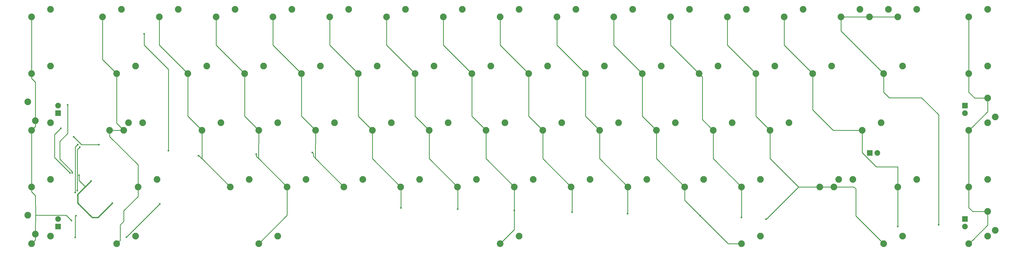
<source format=gtl>
G04 #@! TF.GenerationSoftware,KiCad,Pcbnew,(5.1.5)-3*
G04 #@! TF.CreationDate,2020-04-29T22:23:23+10:00*
G04 #@! TF.ProjectId,rei_pcb,7265695f-7063-4622-9e6b-696361645f70,rev?*
G04 #@! TF.SameCoordinates,Original*
G04 #@! TF.FileFunction,Copper,L1,Top*
G04 #@! TF.FilePolarity,Positive*
%FSLAX46Y46*%
G04 Gerber Fmt 4.6, Leading zero omitted, Abs format (unit mm)*
G04 Created by KiCad (PCBNEW (5.1.5)-3) date 2020-04-29 22:23:23*
%MOMM*%
%LPD*%
G04 APERTURE LIST*
%ADD10C,2.250000*%
%ADD11R,1.905000X1.905000*%
%ADD12C,1.905000*%
%ADD13C,0.600000*%
%ADD14C,0.381000*%
%ADD15C,0.254000*%
G04 APERTURE END LIST*
D10*
X71596250Y-93345000D03*
X65246250Y-95885000D03*
X66833750Y-74295000D03*
X60483750Y-76835000D03*
X112077500Y-112395000D03*
X105727500Y-114935000D03*
X102552500Y-93345000D03*
X96202500Y-95885000D03*
X350202500Y-112395000D03*
X343852500Y-114935000D03*
X321627500Y-55245000D03*
X315277500Y-57785000D03*
D11*
X310673750Y-84455000D03*
D12*
X313213750Y-84455000D03*
D10*
X308133750Y-76835000D03*
X314483750Y-74295000D03*
D11*
X38417500Y-109220000D03*
D12*
X38417500Y-106680000D03*
D10*
X30797500Y-111760000D03*
X28257500Y-105410000D03*
D11*
X38417500Y-71120000D03*
D12*
X38417500Y-68580000D03*
D10*
X30797500Y-73660000D03*
X28257500Y-67310000D03*
X64452500Y-55245000D03*
X58102500Y-57785000D03*
D11*
X342582500Y-106680000D03*
D12*
X342582500Y-109220000D03*
D10*
X350202500Y-104140000D03*
X352742500Y-110490000D03*
X350202500Y-93345000D03*
X343852500Y-95885000D03*
X350202500Y-74295000D03*
X343852500Y-76835000D03*
D11*
X342582500Y-68580000D03*
D12*
X342582500Y-71120000D03*
D10*
X350202500Y-66040000D03*
X352742500Y-72390000D03*
X350202500Y-55245000D03*
X343852500Y-57785000D03*
X350202500Y-36195000D03*
X343852500Y-38735000D03*
X326390000Y-36195000D03*
X320040000Y-38735000D03*
X316865000Y-36195000D03*
X310515000Y-38735000D03*
X307340000Y-36195000D03*
X300990000Y-38735000D03*
X326390000Y-93345000D03*
X320040000Y-95885000D03*
X297815000Y-55245000D03*
X291465000Y-57785000D03*
X288290000Y-36195000D03*
X281940000Y-38735000D03*
X321627500Y-112395000D03*
X315277500Y-114935000D03*
X304958750Y-93345000D03*
X298608750Y-95885000D03*
X300196250Y-93345000D03*
X293846250Y-95885000D03*
X283527500Y-74295000D03*
X277177500Y-76835000D03*
X278765000Y-55245000D03*
X272415000Y-57785000D03*
X269240000Y-36195000D03*
X262890000Y-38735000D03*
X274002500Y-93345000D03*
X267652500Y-95885000D03*
X264477500Y-74295000D03*
X258127500Y-76835000D03*
X259715000Y-55245000D03*
X253365000Y-57785000D03*
X250190000Y-36195000D03*
X243840000Y-38735000D03*
X274002500Y-112395000D03*
X267652500Y-114935000D03*
X254952500Y-93345000D03*
X248602500Y-95885000D03*
X245427500Y-74295000D03*
X239077500Y-76835000D03*
X240665000Y-55245000D03*
X234315000Y-57785000D03*
X231140000Y-36195000D03*
X224790000Y-38735000D03*
X235902500Y-93345000D03*
X229552500Y-95885000D03*
X226377500Y-74295000D03*
X220027500Y-76835000D03*
X221615000Y-55245000D03*
X215265000Y-57785000D03*
X212090000Y-36195000D03*
X205740000Y-38735000D03*
X216852500Y-93345000D03*
X210502500Y-95885000D03*
X207327500Y-74295000D03*
X200977500Y-76835000D03*
X202565000Y-55245000D03*
X196215000Y-57785000D03*
X193040000Y-36195000D03*
X186690000Y-38735000D03*
X193040000Y-112395000D03*
X186690000Y-114935000D03*
X197802500Y-93345000D03*
X191452500Y-95885000D03*
X188277500Y-74295000D03*
X181927500Y-76835000D03*
X183515000Y-55245000D03*
X177165000Y-57785000D03*
X173990000Y-36195000D03*
X167640000Y-38735000D03*
X178752500Y-93345000D03*
X172402500Y-95885000D03*
X169227500Y-74295000D03*
X162877500Y-76835000D03*
X164465000Y-55245000D03*
X158115000Y-57785000D03*
X154940000Y-36195000D03*
X148590000Y-38735000D03*
X159702500Y-93345000D03*
X153352500Y-95885000D03*
X150177500Y-74295000D03*
X143827500Y-76835000D03*
X145415000Y-55245000D03*
X139065000Y-57785000D03*
X135890000Y-36195000D03*
X129540000Y-38735000D03*
X140652500Y-93345000D03*
X134302500Y-95885000D03*
X131127500Y-74295000D03*
X124777500Y-76835000D03*
X126365000Y-55245000D03*
X120015000Y-57785000D03*
X116840000Y-36195000D03*
X110490000Y-38735000D03*
X121602500Y-93345000D03*
X115252500Y-95885000D03*
X112077500Y-74295000D03*
X105727500Y-76835000D03*
X107315000Y-55245000D03*
X100965000Y-57785000D03*
X97790000Y-36195000D03*
X91440000Y-38735000D03*
X93027500Y-74295000D03*
X86677500Y-76835000D03*
X88265000Y-55245000D03*
X81915000Y-57785000D03*
X78740000Y-36195000D03*
X72390000Y-38735000D03*
X64452500Y-112395000D03*
X58102500Y-114935000D03*
X62071250Y-74295000D03*
X55721250Y-76835000D03*
X59690000Y-36195000D03*
X53340000Y-38735000D03*
X35877500Y-112395000D03*
X29527500Y-114935000D03*
X35877500Y-93345000D03*
X29527500Y-95885000D03*
X35877500Y-74295000D03*
X29527500Y-76835000D03*
X35877500Y-55245000D03*
X29527500Y-57785000D03*
X35877500Y-36195000D03*
X29527500Y-38735000D03*
D13*
X45027582Y-98609418D03*
X45291375Y-101552375D03*
X49552794Y-93830206D03*
X56642000Y-101346000D03*
X49258190Y-105427810D03*
X45466000Y-91948000D03*
X47572105Y-95929288D03*
X43210200Y-91122883D03*
X41656000Y-68326000D03*
X43723850Y-79085150D03*
X52162099Y-81695901D03*
X44196000Y-97790000D03*
X44887907Y-97098093D03*
X42418000Y-91186000D03*
X39370000Y-76200000D03*
X44471956Y-105537000D03*
X44171957Y-112800043D03*
X67310000Y-44450000D03*
X75438000Y-83693000D03*
X72517000Y-101600000D03*
X61341000Y-112776000D03*
X42926000Y-107188000D03*
X85471000Y-85364610D03*
X104902000Y-84932800D03*
X123698000Y-84328000D03*
X153416000Y-102912879D03*
X172466000Y-103344689D03*
X191389000Y-103776499D03*
X210807299Y-104381299D03*
X229476299Y-104914701D03*
X253746000Y-105537000D03*
X267619199Y-106141801D03*
X275844000Y-106746602D03*
X319998829Y-109224819D03*
X333720981Y-108620019D03*
X45054800Y-81661000D03*
X45720000Y-82550000D03*
D14*
X45027582Y-98355418D02*
X45027582Y-98609418D01*
X49552794Y-93830206D02*
X47752000Y-95631000D01*
X45027582Y-101288582D02*
X45291375Y-101552375D01*
X45027582Y-98609418D02*
X45027582Y-101288582D01*
X45291375Y-101552375D02*
X49276000Y-105537000D01*
X49276000Y-105537000D02*
X49784000Y-106045000D01*
X49784000Y-106045000D02*
X49911000Y-106172000D01*
X49911000Y-106172000D02*
X51816000Y-106172000D01*
X51816000Y-106172000D02*
X56642000Y-101346000D01*
X56642000Y-101346000D02*
X56642000Y-101346000D01*
X47752000Y-95631000D02*
X47561500Y-95821500D01*
X47561500Y-95821500D02*
X45027582Y-98355418D01*
D15*
X47561500Y-95821500D02*
X45466000Y-93726000D01*
X45466000Y-93726000D02*
X45466000Y-91948000D01*
X38989000Y-86477419D02*
X38989000Y-80549606D01*
X43210200Y-91122883D02*
X43210200Y-90698619D01*
X38989000Y-80549606D02*
X41656000Y-77882606D01*
X43210200Y-90698619D02*
X38989000Y-86477419D01*
X41656000Y-77882606D02*
X41656000Y-68326000D01*
X41656000Y-68326000D02*
X41656000Y-68326000D01*
X46334601Y-81695901D02*
X52162099Y-81695901D01*
X43723850Y-79085150D02*
X46334601Y-81695901D01*
X29527500Y-40325990D02*
X29527500Y-57785000D01*
X29527500Y-38735000D02*
X29527500Y-40325990D01*
X30797500Y-72069010D02*
X30797500Y-73660000D01*
X30797500Y-60645990D02*
X30797500Y-72069010D01*
X29527500Y-59375990D02*
X30797500Y-60645990D01*
X29527500Y-57785000D02*
X29527500Y-59375990D01*
X30797500Y-75565000D02*
X29527500Y-76835000D01*
X30797500Y-73660000D02*
X30797500Y-75565000D01*
X29527500Y-78425990D02*
X29527500Y-95885000D01*
X29527500Y-76835000D02*
X29527500Y-78425990D01*
X30797500Y-110169010D02*
X30797500Y-111760000D01*
X29527500Y-97475990D02*
X30797500Y-98745990D01*
X29527500Y-95885000D02*
X29527500Y-97475990D01*
X30797500Y-113665000D02*
X29527500Y-114935000D01*
X30797500Y-111760000D02*
X30797500Y-113665000D01*
X53340000Y-53022500D02*
X58102500Y-57785000D01*
X53340000Y-38735000D02*
X53340000Y-53022500D01*
X58102500Y-74453750D02*
X60483750Y-76835000D01*
X58102500Y-57785000D02*
X58102500Y-74453750D01*
X58892760Y-76835000D02*
X55721250Y-76835000D01*
X60483750Y-76835000D02*
X58892760Y-76835000D01*
X65246250Y-88492078D02*
X65246250Y-95885000D01*
X55721250Y-76835000D02*
X55721250Y-78967078D01*
X55721250Y-78967078D02*
X65246250Y-88492078D01*
X72390000Y-48260000D02*
X81915000Y-57785000D01*
X72390000Y-38735000D02*
X72390000Y-48260000D01*
X81915000Y-72072500D02*
X86677500Y-76835000D01*
X81915000Y-57785000D02*
X81915000Y-72072500D01*
X86677500Y-86360000D02*
X96202500Y-95885000D01*
X86677500Y-76835000D02*
X86677500Y-86360000D01*
X91440000Y-48260000D02*
X100965000Y-57785000D01*
X91440000Y-38735000D02*
X91440000Y-48260000D01*
X100965000Y-72072500D02*
X105727500Y-76835000D01*
X100965000Y-57785000D02*
X100965000Y-72072500D01*
X105727500Y-86360000D02*
X115252500Y-95885000D01*
X115252500Y-105410000D02*
X105727500Y-114935000D01*
X115252500Y-95885000D02*
X115252500Y-105410000D01*
X110490000Y-48260000D02*
X120015000Y-57785000D01*
X110490000Y-38735000D02*
X110490000Y-48260000D01*
X120015000Y-72072500D02*
X124777500Y-76835000D01*
X120015000Y-57785000D02*
X120015000Y-72072500D01*
X124777500Y-86360000D02*
X134302500Y-95885000D01*
X129540000Y-48260000D02*
X139065000Y-57785000D01*
X129540000Y-38735000D02*
X129540000Y-48260000D01*
X139065000Y-72072500D02*
X143827500Y-76835000D01*
X139065000Y-57785000D02*
X139065000Y-72072500D01*
X143827500Y-86360000D02*
X153352500Y-95885000D01*
X143827500Y-76835000D02*
X143827500Y-86360000D01*
X148590000Y-48260000D02*
X158115000Y-57785000D01*
X148590000Y-38735000D02*
X148590000Y-48260000D01*
X158115000Y-72072500D02*
X162877500Y-76835000D01*
X158115000Y-57785000D02*
X158115000Y-72072500D01*
X162877500Y-86360000D02*
X172402500Y-95885000D01*
X162877500Y-76835000D02*
X162877500Y-86360000D01*
X167640000Y-48260000D02*
X177165000Y-57785000D01*
X167640000Y-38735000D02*
X167640000Y-48260000D01*
X177165000Y-72072500D02*
X181927500Y-76835000D01*
X177165000Y-57785000D02*
X177165000Y-72072500D01*
X181927500Y-86360000D02*
X191452500Y-95885000D01*
X181927500Y-76835000D02*
X181927500Y-86360000D01*
X191452500Y-110172500D02*
X186690000Y-114935000D01*
X191452500Y-95885000D02*
X191452500Y-110172500D01*
X186690000Y-48260000D02*
X196215000Y-57785000D01*
X186690000Y-38735000D02*
X186690000Y-48260000D01*
X196215000Y-72072500D02*
X200977500Y-76835000D01*
X196215000Y-57785000D02*
X196215000Y-72072500D01*
X200977500Y-86360000D02*
X210502500Y-95885000D01*
X200977500Y-76835000D02*
X200977500Y-86360000D01*
X205740000Y-48260000D02*
X215265000Y-57785000D01*
X205740000Y-38735000D02*
X205740000Y-48260000D01*
X215265000Y-72072500D02*
X220027500Y-76835000D01*
X215265000Y-57785000D02*
X215265000Y-72072500D01*
X220027500Y-86360000D02*
X229552500Y-95885000D01*
X220027500Y-76835000D02*
X220027500Y-86360000D01*
X224790000Y-48260000D02*
X234315000Y-57785000D01*
X224790000Y-38735000D02*
X224790000Y-48260000D01*
X234315000Y-72072500D02*
X239077500Y-76835000D01*
X234315000Y-57785000D02*
X234315000Y-72072500D01*
X239077500Y-86360000D02*
X248602500Y-95885000D01*
X239077500Y-76835000D02*
X239077500Y-86360000D01*
X248602500Y-95885000D02*
X248602500Y-100393500D01*
X263144000Y-114935000D02*
X267652500Y-114935000D01*
X248602500Y-100393500D02*
X253746000Y-105537000D01*
X243840000Y-48260000D02*
X253365000Y-57785000D01*
X243840000Y-38735000D02*
X243840000Y-48260000D01*
X254489999Y-73197499D02*
X257002501Y-75710001D01*
X257002501Y-75710001D02*
X258127500Y-76835000D01*
X254489999Y-58909999D02*
X254489999Y-73197499D01*
X253365000Y-57785000D02*
X254489999Y-58909999D01*
X258127500Y-86360000D02*
X267652500Y-95885000D01*
X258127500Y-76835000D02*
X258127500Y-86360000D01*
X262890000Y-48260000D02*
X272415000Y-57785000D01*
X262890000Y-38735000D02*
X262890000Y-48260000D01*
X272415000Y-72072500D02*
X277177500Y-76835000D01*
X272415000Y-57785000D02*
X272415000Y-72072500D01*
X292218018Y-95885000D02*
X292255260Y-95885000D01*
X292255260Y-95885000D02*
X293846250Y-95885000D01*
X295437240Y-95885000D02*
X298608750Y-95885000D01*
X293846250Y-95885000D02*
X295437240Y-95885000D01*
X305943000Y-105600500D02*
X315277500Y-114935000D01*
X277177500Y-76835000D02*
X277177500Y-86296500D01*
X286766000Y-95885000D02*
X293846250Y-95885000D01*
X298608750Y-95885000D02*
X305308000Y-95885000D01*
X305308000Y-95885000D02*
X305943000Y-96520000D01*
X281940000Y-48260000D02*
X291465000Y-57785000D01*
X281940000Y-38735000D02*
X281940000Y-48260000D01*
X291465000Y-57785000D02*
X291465000Y-69977000D01*
X298323000Y-76835000D02*
X308133750Y-76835000D01*
X291465000Y-69977000D02*
X298323000Y-76835000D01*
X308133750Y-84408602D02*
X312879148Y-89154000D01*
X308133750Y-76835000D02*
X308133750Y-84408602D01*
X312879148Y-89154000D02*
X320040000Y-89154000D01*
X320040000Y-89154000D02*
X320040000Y-95885000D01*
X300990000Y-38735000D02*
X310515000Y-38735000D01*
X318449010Y-38735000D02*
X310515000Y-38735000D01*
X320040000Y-38735000D02*
X318449010Y-38735000D01*
X300990000Y-43497500D02*
X315277500Y-57785000D01*
X300990000Y-38735000D02*
X300990000Y-43497500D01*
X343852500Y-40325990D02*
X343852500Y-57785000D01*
X343852500Y-38735000D02*
X343852500Y-40325990D01*
X343852500Y-57785000D02*
X343852500Y-64071500D01*
X343852500Y-64071500D02*
X345821000Y-66040000D01*
X345821000Y-66040000D02*
X350202500Y-66040000D01*
X344977499Y-75710001D02*
X343852500Y-76835000D01*
X345103537Y-75710001D02*
X344977499Y-75710001D01*
X350202500Y-70611038D02*
X345103537Y-75710001D01*
X350202500Y-66040000D02*
X350202500Y-70611038D01*
X343852500Y-76835000D02*
X343852500Y-95885000D01*
X343852500Y-95885000D02*
X343852500Y-102806500D01*
X343852500Y-102806500D02*
X345186000Y-104140000D01*
X345186000Y-104140000D02*
X350202500Y-104140000D01*
X344977499Y-113810001D02*
X343852500Y-114935000D01*
X345103537Y-113810001D02*
X344977499Y-113810001D01*
X350202500Y-108711038D02*
X345103537Y-113810001D01*
X350202500Y-104140000D02*
X350202500Y-108711038D01*
X44196000Y-97790000D02*
X44196000Y-82677000D01*
X44861199Y-96647121D02*
X44887907Y-96673829D01*
X44887907Y-96673829D02*
X44887907Y-97098093D01*
X44861199Y-83662801D02*
X44861199Y-96647121D01*
X37237699Y-86005699D02*
X37237699Y-78332301D01*
X42418000Y-91186000D02*
X37237699Y-86005699D01*
X37237699Y-78332301D02*
X39370000Y-76200000D01*
X44171957Y-105836999D02*
X44171957Y-112800043D01*
X44471956Y-105537000D02*
X44171957Y-105836999D01*
X44171957Y-112800043D02*
X44171957Y-112878957D01*
X67310000Y-48260000D02*
X67310000Y-44450000D01*
X75438000Y-83312000D02*
X75438000Y-56388000D01*
X75438000Y-56388000D02*
X67310000Y-48260000D01*
X75438000Y-83312000D02*
X75438000Y-83693000D01*
X72217001Y-101899999D02*
X72517000Y-101600000D01*
X61341000Y-112776000D02*
X72217001Y-101899999D01*
X42926000Y-107188000D02*
X41160699Y-105422699D01*
X30797500Y-98745990D02*
X30861000Y-105537000D01*
X30975301Y-105422699D02*
X30861000Y-105537000D01*
X41160699Y-105422699D02*
X30975301Y-105422699D01*
X30861000Y-105537000D02*
X30797500Y-110169010D01*
X65246250Y-99091750D02*
X65246250Y-95885000D01*
X59227499Y-113810001D02*
X59227499Y-108666501D01*
X58102500Y-114935000D02*
X59227499Y-113810001D01*
X59227499Y-108666501D02*
X60452000Y-107442000D01*
X60452000Y-107442000D02*
X60452000Y-103886000D01*
X60452000Y-103886000D02*
X65246250Y-99091750D01*
X86677500Y-86360000D02*
X86614000Y-86360000D01*
X86614000Y-86360000D02*
X85471000Y-85217000D01*
X85471000Y-85217000D02*
X85471000Y-85364610D01*
X105727500Y-76835000D02*
X105664000Y-86360000D01*
X104902000Y-85598000D02*
X105664000Y-86360000D01*
X104902000Y-84932800D02*
X104902000Y-85598000D01*
X105664000Y-86360000D02*
X105727500Y-86360000D01*
X123997999Y-85516999D02*
X124714000Y-86233000D01*
X123997999Y-84627999D02*
X123997999Y-85516999D01*
X123698000Y-84328000D02*
X123997999Y-84627999D01*
X124777500Y-76835000D02*
X124714000Y-86233000D01*
X124714000Y-86233000D02*
X124777500Y-86360000D01*
X153416000Y-95948500D02*
X153352500Y-95885000D01*
X153416000Y-102912879D02*
X153416000Y-95948500D01*
X172466000Y-95948500D02*
X172402500Y-95885000D01*
X172466000Y-103344689D02*
X172466000Y-95948500D01*
X210807299Y-96189799D02*
X210502500Y-95885000D01*
X210807299Y-104381299D02*
X210807299Y-96189799D01*
X229476299Y-95961201D02*
X229552500Y-95885000D01*
X229476299Y-104914701D02*
X229476299Y-95961201D01*
X253746000Y-105537000D02*
X263144000Y-114935000D01*
X267619199Y-95918301D02*
X267652500Y-95885000D01*
X267619199Y-106141801D02*
X267619199Y-95918301D01*
X305943000Y-96520000D02*
X305943000Y-105600500D01*
X277177500Y-86296500D02*
X286766000Y-95885000D01*
X286766000Y-95885000D02*
X283718000Y-98933000D01*
X283718000Y-98933000D02*
X276412398Y-106238602D01*
X276412398Y-106238602D02*
X275844000Y-106807000D01*
X320040000Y-109224820D02*
X320040000Y-95885000D01*
X315277500Y-64071500D02*
X315277500Y-57785000D01*
X328009394Y-65913000D02*
X317119000Y-65913000D01*
X317119000Y-65913000D02*
X315277500Y-64071500D01*
X333720981Y-108620019D02*
X333720981Y-71624587D01*
X333720981Y-71624587D02*
X328009394Y-65913000D01*
X44196000Y-82677000D02*
X44196000Y-82423000D01*
X44196000Y-82423000D02*
X44958000Y-81661000D01*
X44958000Y-81661000D02*
X45054800Y-81661000D01*
X44861199Y-83662801D02*
X44861199Y-83408801D01*
X44861199Y-83408801D02*
X45720000Y-82550000D01*
M02*

</source>
